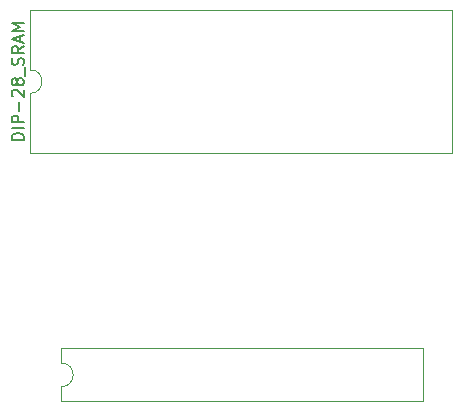
<source format=gbr>
%TF.GenerationSoftware,KiCad,Pcbnew,8.0.2-8.0.2-0~ubuntu24.04.1*%
%TF.CreationDate,2024-06-01T21:52:56+10:00*%
%TF.ProjectId,NES_RAM-ADAPTER,4e45535f-5241-44d2-9d41-444150544552,rev?*%
%TF.SameCoordinates,Original*%
%TF.FileFunction,Legend,Top*%
%TF.FilePolarity,Positive*%
%FSLAX46Y46*%
G04 Gerber Fmt 4.6, Leading zero omitted, Abs format (unit mm)*
G04 Created by KiCad (PCBNEW 8.0.2-8.0.2-0~ubuntu24.04.1) date 2024-06-01 21:52:56*
%MOMM*%
%LPD*%
G01*
G04 APERTURE LIST*
%ADD10C,0.150000*%
%ADD11C,0.120000*%
G04 APERTURE END LIST*
D10*
X119439819Y-77503570D02*
X118439819Y-77503570D01*
X118439819Y-77503570D02*
X118439819Y-77265475D01*
X118439819Y-77265475D02*
X118487438Y-77122618D01*
X118487438Y-77122618D02*
X118582676Y-77027380D01*
X118582676Y-77027380D02*
X118677914Y-76979761D01*
X118677914Y-76979761D02*
X118868390Y-76932142D01*
X118868390Y-76932142D02*
X119011247Y-76932142D01*
X119011247Y-76932142D02*
X119201723Y-76979761D01*
X119201723Y-76979761D02*
X119296961Y-77027380D01*
X119296961Y-77027380D02*
X119392200Y-77122618D01*
X119392200Y-77122618D02*
X119439819Y-77265475D01*
X119439819Y-77265475D02*
X119439819Y-77503570D01*
X119439819Y-76503570D02*
X118439819Y-76503570D01*
X119439819Y-76027380D02*
X118439819Y-76027380D01*
X118439819Y-76027380D02*
X118439819Y-75646428D01*
X118439819Y-75646428D02*
X118487438Y-75551190D01*
X118487438Y-75551190D02*
X118535057Y-75503571D01*
X118535057Y-75503571D02*
X118630295Y-75455952D01*
X118630295Y-75455952D02*
X118773152Y-75455952D01*
X118773152Y-75455952D02*
X118868390Y-75503571D01*
X118868390Y-75503571D02*
X118916009Y-75551190D01*
X118916009Y-75551190D02*
X118963628Y-75646428D01*
X118963628Y-75646428D02*
X118963628Y-76027380D01*
X119058866Y-75027380D02*
X119058866Y-74265476D01*
X118535057Y-73836904D02*
X118487438Y-73789285D01*
X118487438Y-73789285D02*
X118439819Y-73694047D01*
X118439819Y-73694047D02*
X118439819Y-73455952D01*
X118439819Y-73455952D02*
X118487438Y-73360714D01*
X118487438Y-73360714D02*
X118535057Y-73313095D01*
X118535057Y-73313095D02*
X118630295Y-73265476D01*
X118630295Y-73265476D02*
X118725533Y-73265476D01*
X118725533Y-73265476D02*
X118868390Y-73313095D01*
X118868390Y-73313095D02*
X119439819Y-73884523D01*
X119439819Y-73884523D02*
X119439819Y-73265476D01*
X118868390Y-72694047D02*
X118820771Y-72789285D01*
X118820771Y-72789285D02*
X118773152Y-72836904D01*
X118773152Y-72836904D02*
X118677914Y-72884523D01*
X118677914Y-72884523D02*
X118630295Y-72884523D01*
X118630295Y-72884523D02*
X118535057Y-72836904D01*
X118535057Y-72836904D02*
X118487438Y-72789285D01*
X118487438Y-72789285D02*
X118439819Y-72694047D01*
X118439819Y-72694047D02*
X118439819Y-72503571D01*
X118439819Y-72503571D02*
X118487438Y-72408333D01*
X118487438Y-72408333D02*
X118535057Y-72360714D01*
X118535057Y-72360714D02*
X118630295Y-72313095D01*
X118630295Y-72313095D02*
X118677914Y-72313095D01*
X118677914Y-72313095D02*
X118773152Y-72360714D01*
X118773152Y-72360714D02*
X118820771Y-72408333D01*
X118820771Y-72408333D02*
X118868390Y-72503571D01*
X118868390Y-72503571D02*
X118868390Y-72694047D01*
X118868390Y-72694047D02*
X118916009Y-72789285D01*
X118916009Y-72789285D02*
X118963628Y-72836904D01*
X118963628Y-72836904D02*
X119058866Y-72884523D01*
X119058866Y-72884523D02*
X119249342Y-72884523D01*
X119249342Y-72884523D02*
X119344580Y-72836904D01*
X119344580Y-72836904D02*
X119392200Y-72789285D01*
X119392200Y-72789285D02*
X119439819Y-72694047D01*
X119439819Y-72694047D02*
X119439819Y-72503571D01*
X119439819Y-72503571D02*
X119392200Y-72408333D01*
X119392200Y-72408333D02*
X119344580Y-72360714D01*
X119344580Y-72360714D02*
X119249342Y-72313095D01*
X119249342Y-72313095D02*
X119058866Y-72313095D01*
X119058866Y-72313095D02*
X118963628Y-72360714D01*
X118963628Y-72360714D02*
X118916009Y-72408333D01*
X118916009Y-72408333D02*
X118868390Y-72503571D01*
X119535057Y-72122619D02*
X119535057Y-71360714D01*
X119392200Y-71170237D02*
X119439819Y-71027380D01*
X119439819Y-71027380D02*
X119439819Y-70789285D01*
X119439819Y-70789285D02*
X119392200Y-70694047D01*
X119392200Y-70694047D02*
X119344580Y-70646428D01*
X119344580Y-70646428D02*
X119249342Y-70598809D01*
X119249342Y-70598809D02*
X119154104Y-70598809D01*
X119154104Y-70598809D02*
X119058866Y-70646428D01*
X119058866Y-70646428D02*
X119011247Y-70694047D01*
X119011247Y-70694047D02*
X118963628Y-70789285D01*
X118963628Y-70789285D02*
X118916009Y-70979761D01*
X118916009Y-70979761D02*
X118868390Y-71074999D01*
X118868390Y-71074999D02*
X118820771Y-71122618D01*
X118820771Y-71122618D02*
X118725533Y-71170237D01*
X118725533Y-71170237D02*
X118630295Y-71170237D01*
X118630295Y-71170237D02*
X118535057Y-71122618D01*
X118535057Y-71122618D02*
X118487438Y-71074999D01*
X118487438Y-71074999D02*
X118439819Y-70979761D01*
X118439819Y-70979761D02*
X118439819Y-70741666D01*
X118439819Y-70741666D02*
X118487438Y-70598809D01*
X119439819Y-69598809D02*
X118963628Y-69932142D01*
X119439819Y-70170237D02*
X118439819Y-70170237D01*
X118439819Y-70170237D02*
X118439819Y-69789285D01*
X118439819Y-69789285D02*
X118487438Y-69694047D01*
X118487438Y-69694047D02*
X118535057Y-69646428D01*
X118535057Y-69646428D02*
X118630295Y-69598809D01*
X118630295Y-69598809D02*
X118773152Y-69598809D01*
X118773152Y-69598809D02*
X118868390Y-69646428D01*
X118868390Y-69646428D02*
X118916009Y-69694047D01*
X118916009Y-69694047D02*
X118963628Y-69789285D01*
X118963628Y-69789285D02*
X118963628Y-70170237D01*
X119154104Y-69217856D02*
X119154104Y-68741666D01*
X119439819Y-69313094D02*
X118439819Y-68979761D01*
X118439819Y-68979761D02*
X119439819Y-68646428D01*
X119439819Y-68313094D02*
X118439819Y-68313094D01*
X118439819Y-68313094D02*
X119154104Y-67979761D01*
X119154104Y-67979761D02*
X118439819Y-67646428D01*
X118439819Y-67646428D02*
X119439819Y-67646428D01*
D11*
%TO.C,DIP-28_SRAM*%
X119985000Y-71575000D02*
G75*
G02*
X119985000Y-73575000I0J-1000000D01*
G01*
X155665000Y-66515000D02*
X119985000Y-66515000D01*
X119985000Y-66515000D02*
X119985000Y-71575000D01*
X119985000Y-73575000D02*
X119985000Y-78635000D01*
X155665000Y-78635000D02*
X155665000Y-66515000D01*
X119985000Y-78635000D02*
X155665000Y-78635000D01*
%TO.C,NES_MAINBOARD_DIP24RAMPADS*%
X122622000Y-99659000D02*
X153222000Y-99659000D01*
X153222000Y-99659000D02*
X153222000Y-95159000D01*
X122622000Y-98409000D02*
X122622000Y-99659000D01*
X122622000Y-95159000D02*
X122622000Y-96409000D01*
X153222000Y-95159000D02*
X122622000Y-95159000D01*
X122622000Y-96409000D02*
G75*
G02*
X122622000Y-98409000I0J-1000000D01*
G01*
%TD*%
M02*

</source>
